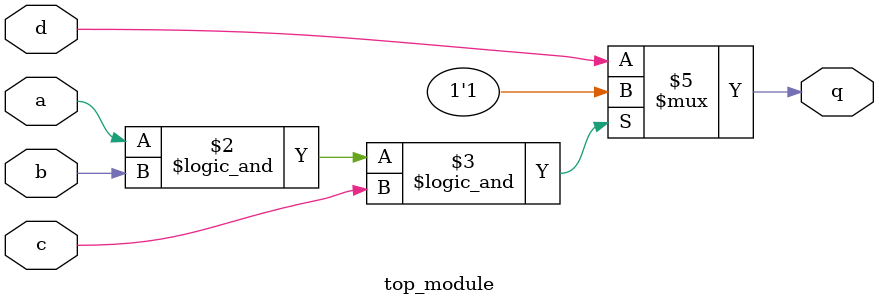
<source format=sv>
module top_module (
	input a, 
	input b, 
	input c, 
	input d,
	output q
);
	always @(*) begin
		if (a && b && c)   // check if a, b, and c are all high
			q = 1;    // if true, set q to high
		else
			q = d;    // otherwise, set q to d
	end
endmodule

</source>
